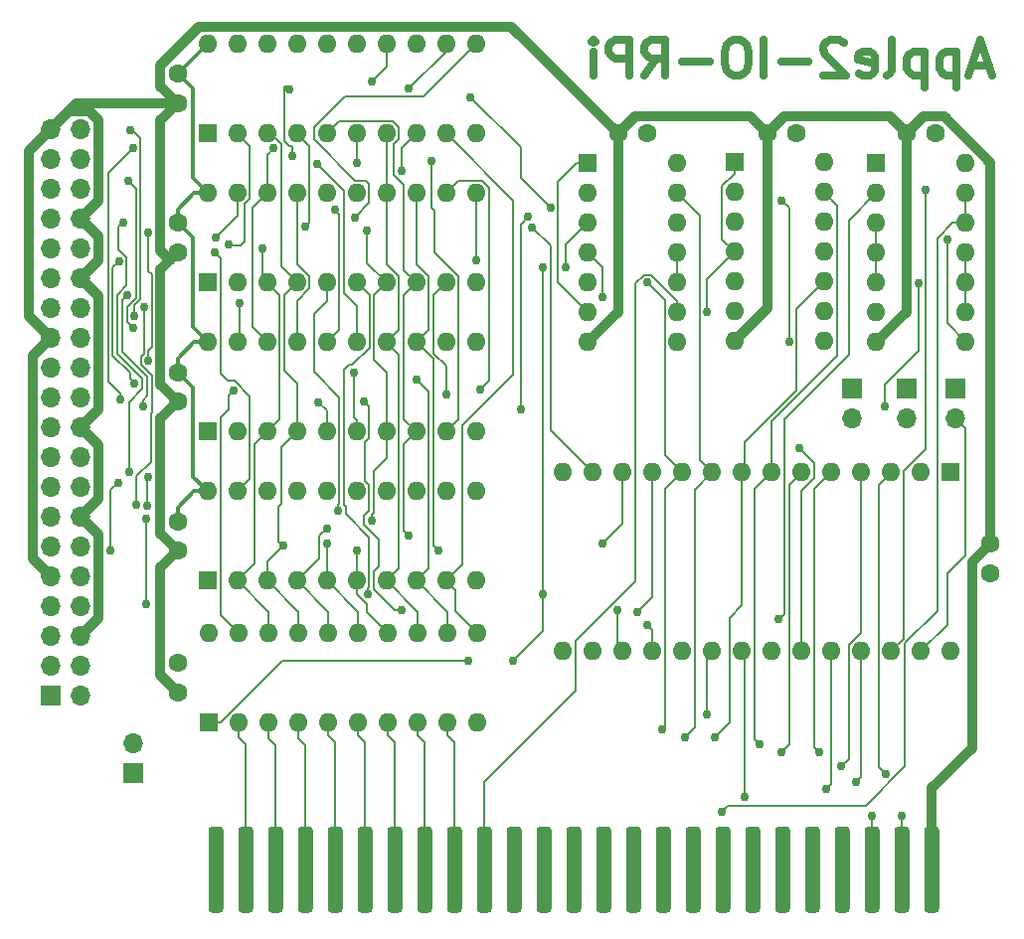
<source format=gbr>
G04 #@! TF.GenerationSoftware,KiCad,Pcbnew,8.0.3*
G04 #@! TF.CreationDate,2024-06-18T13:39:18-04:00*
G04 #@! TF.ProjectId,Apple2IORPi,4170706c-6532-4494-9f52-50692e6b6963,0.7*
G04 #@! TF.SameCoordinates,Original*
G04 #@! TF.FileFunction,Copper,L2,Bot*
G04 #@! TF.FilePolarity,Positive*
%FSLAX46Y46*%
G04 Gerber Fmt 4.6, Leading zero omitted, Abs format (unit mm)*
G04 Created by KiCad (PCBNEW 8.0.3) date 2024-06-18 13:39:18*
%MOMM*%
%LPD*%
G01*
G04 APERTURE LIST*
%ADD10C,0.635000*%
G04 #@! TA.AperFunction,NonConductor*
%ADD11C,0.635000*%
G04 #@! TD*
G04 #@! TA.AperFunction,ComponentPad*
%ADD12R,1.700000X1.700000*%
G04 #@! TD*
G04 #@! TA.AperFunction,ComponentPad*
%ADD13O,1.700000X1.700000*%
G04 #@! TD*
G04 #@! TA.AperFunction,ComponentPad*
%ADD14R,1.600000X1.600000*%
G04 #@! TD*
G04 #@! TA.AperFunction,ComponentPad*
%ADD15O,1.600000X1.600000*%
G04 #@! TD*
G04 #@! TA.AperFunction,ComponentPad*
%ADD16C,1.600000*%
G04 #@! TD*
G04 #@! TA.AperFunction,ViaPad*
%ADD17C,0.762000*%
G04 #@! TD*
G04 #@! TA.AperFunction,Conductor*
%ADD18C,0.177800*%
G04 #@! TD*
G04 #@! TA.AperFunction,Conductor*
%ADD19C,0.812800*%
G04 #@! TD*
G04 #@! TA.AperFunction,Conductor*
%ADD20C,0.355600*%
G04 #@! TD*
G04 APERTURE END LIST*
D10*
D11*
X190365741Y-46886585D02*
X188914313Y-46886585D01*
X190656027Y-47757442D02*
X189640027Y-44709442D01*
X189640027Y-44709442D02*
X188624027Y-47757442D01*
X187608027Y-45725442D02*
X187608027Y-48773442D01*
X187608027Y-45870585D02*
X187317742Y-45725442D01*
X187317742Y-45725442D02*
X186737170Y-45725442D01*
X186737170Y-45725442D02*
X186446884Y-45870585D01*
X186446884Y-45870585D02*
X186301742Y-46015728D01*
X186301742Y-46015728D02*
X186156599Y-46306014D01*
X186156599Y-46306014D02*
X186156599Y-47176871D01*
X186156599Y-47176871D02*
X186301742Y-47467157D01*
X186301742Y-47467157D02*
X186446884Y-47612300D01*
X186446884Y-47612300D02*
X186737170Y-47757442D01*
X186737170Y-47757442D02*
X187317742Y-47757442D01*
X187317742Y-47757442D02*
X187608027Y-47612300D01*
X184850313Y-45725442D02*
X184850313Y-48773442D01*
X184850313Y-45870585D02*
X184560028Y-45725442D01*
X184560028Y-45725442D02*
X183979456Y-45725442D01*
X183979456Y-45725442D02*
X183689170Y-45870585D01*
X183689170Y-45870585D02*
X183544028Y-46015728D01*
X183544028Y-46015728D02*
X183398885Y-46306014D01*
X183398885Y-46306014D02*
X183398885Y-47176871D01*
X183398885Y-47176871D02*
X183544028Y-47467157D01*
X183544028Y-47467157D02*
X183689170Y-47612300D01*
X183689170Y-47612300D02*
X183979456Y-47757442D01*
X183979456Y-47757442D02*
X184560028Y-47757442D01*
X184560028Y-47757442D02*
X184850313Y-47612300D01*
X181657171Y-47757442D02*
X181947456Y-47612300D01*
X181947456Y-47612300D02*
X182092599Y-47322014D01*
X182092599Y-47322014D02*
X182092599Y-44709442D01*
X179334885Y-47612300D02*
X179625171Y-47757442D01*
X179625171Y-47757442D02*
X180205743Y-47757442D01*
X180205743Y-47757442D02*
X180496028Y-47612300D01*
X180496028Y-47612300D02*
X180641171Y-47322014D01*
X180641171Y-47322014D02*
X180641171Y-46160871D01*
X180641171Y-46160871D02*
X180496028Y-45870585D01*
X180496028Y-45870585D02*
X180205743Y-45725442D01*
X180205743Y-45725442D02*
X179625171Y-45725442D01*
X179625171Y-45725442D02*
X179334885Y-45870585D01*
X179334885Y-45870585D02*
X179189743Y-46160871D01*
X179189743Y-46160871D02*
X179189743Y-46451157D01*
X179189743Y-46451157D02*
X180641171Y-46741442D01*
X178028600Y-44999728D02*
X177883457Y-44854585D01*
X177883457Y-44854585D02*
X177593172Y-44709442D01*
X177593172Y-44709442D02*
X176867457Y-44709442D01*
X176867457Y-44709442D02*
X176577172Y-44854585D01*
X176577172Y-44854585D02*
X176432029Y-44999728D01*
X176432029Y-44999728D02*
X176286886Y-45290014D01*
X176286886Y-45290014D02*
X176286886Y-45580300D01*
X176286886Y-45580300D02*
X176432029Y-46015728D01*
X176432029Y-46015728D02*
X178173743Y-47757442D01*
X178173743Y-47757442D02*
X176286886Y-47757442D01*
X174980600Y-46596300D02*
X172658315Y-46596300D01*
X171206886Y-47757442D02*
X171206886Y-44709442D01*
X169174886Y-44709442D02*
X168594314Y-44709442D01*
X168594314Y-44709442D02*
X168304029Y-44854585D01*
X168304029Y-44854585D02*
X168013743Y-45144871D01*
X168013743Y-45144871D02*
X167868600Y-45725442D01*
X167868600Y-45725442D02*
X167868600Y-46741442D01*
X167868600Y-46741442D02*
X168013743Y-47322014D01*
X168013743Y-47322014D02*
X168304029Y-47612300D01*
X168304029Y-47612300D02*
X168594314Y-47757442D01*
X168594314Y-47757442D02*
X169174886Y-47757442D01*
X169174886Y-47757442D02*
X169465172Y-47612300D01*
X169465172Y-47612300D02*
X169755457Y-47322014D01*
X169755457Y-47322014D02*
X169900600Y-46741442D01*
X169900600Y-46741442D02*
X169900600Y-45725442D01*
X169900600Y-45725442D02*
X169755457Y-45144871D01*
X169755457Y-45144871D02*
X169465172Y-44854585D01*
X169465172Y-44854585D02*
X169174886Y-44709442D01*
X166562314Y-46596300D02*
X164240029Y-46596300D01*
X161046886Y-47757442D02*
X162062886Y-46306014D01*
X162788600Y-47757442D02*
X162788600Y-44709442D01*
X162788600Y-44709442D02*
X161627457Y-44709442D01*
X161627457Y-44709442D02*
X161337172Y-44854585D01*
X161337172Y-44854585D02*
X161192029Y-44999728D01*
X161192029Y-44999728D02*
X161046886Y-45290014D01*
X161046886Y-45290014D02*
X161046886Y-45725442D01*
X161046886Y-45725442D02*
X161192029Y-46015728D01*
X161192029Y-46015728D02*
X161337172Y-46160871D01*
X161337172Y-46160871D02*
X161627457Y-46306014D01*
X161627457Y-46306014D02*
X162788600Y-46306014D01*
X159740600Y-47757442D02*
X159740600Y-44709442D01*
X159740600Y-44709442D02*
X158579457Y-44709442D01*
X158579457Y-44709442D02*
X158289172Y-44854585D01*
X158289172Y-44854585D02*
X158144029Y-44999728D01*
X158144029Y-44999728D02*
X157998886Y-45290014D01*
X157998886Y-45290014D02*
X157998886Y-45725442D01*
X157998886Y-45725442D02*
X158144029Y-46015728D01*
X158144029Y-46015728D02*
X158289172Y-46160871D01*
X158289172Y-46160871D02*
X158579457Y-46306014D01*
X158579457Y-46306014D02*
X159740600Y-46306014D01*
X156692600Y-47757442D02*
X156692600Y-45725442D01*
X156692600Y-44709442D02*
X156837743Y-44854585D01*
X156837743Y-44854585D02*
X156692600Y-44999728D01*
X156692600Y-44999728D02*
X156547457Y-44854585D01*
X156547457Y-44854585D02*
X156692600Y-44709442D01*
X156692600Y-44709442D02*
X156692600Y-44999728D01*
G04 #@! TA.AperFunction,ConnectorPad*
G36*
G01*
X184860001Y-118808500D02*
X184860001Y-112077500D01*
G75*
G02*
X185177501Y-111760000I317500J0D01*
G01*
X185812501Y-111760000D01*
G75*
G02*
X186130001Y-112077500I0J-317500D01*
G01*
X186130001Y-118808500D01*
G75*
G02*
X185812501Y-119126000I-317500J0D01*
G01*
X185177501Y-119126000D01*
G75*
G02*
X184860001Y-118808500I0J317500D01*
G01*
G37*
G04 #@! TD.AperFunction*
G04 #@! TA.AperFunction,ConnectorPad*
G36*
G01*
X182320001Y-118808500D02*
X182320001Y-112077500D01*
G75*
G02*
X182637501Y-111760000I317500J0D01*
G01*
X183272501Y-111760000D01*
G75*
G02*
X183590001Y-112077500I0J-317500D01*
G01*
X183590001Y-118808500D01*
G75*
G02*
X183272501Y-119126000I-317500J0D01*
G01*
X182637501Y-119126000D01*
G75*
G02*
X182320001Y-118808500I0J317500D01*
G01*
G37*
G04 #@! TD.AperFunction*
G04 #@! TA.AperFunction,ConnectorPad*
G36*
G01*
X179780001Y-118808500D02*
X179780001Y-112077500D01*
G75*
G02*
X180097501Y-111760000I317500J0D01*
G01*
X180732501Y-111760000D01*
G75*
G02*
X181050001Y-112077500I0J-317500D01*
G01*
X181050001Y-118808500D01*
G75*
G02*
X180732501Y-119126000I-317500J0D01*
G01*
X180097501Y-119126000D01*
G75*
G02*
X179780001Y-118808500I0J317500D01*
G01*
G37*
G04 #@! TD.AperFunction*
G04 #@! TA.AperFunction,ConnectorPad*
G36*
G01*
X177240001Y-118808500D02*
X177240001Y-112077500D01*
G75*
G02*
X177557501Y-111760000I317500J0D01*
G01*
X178192501Y-111760000D01*
G75*
G02*
X178510001Y-112077500I0J-317500D01*
G01*
X178510001Y-118808500D01*
G75*
G02*
X178192501Y-119126000I-317500J0D01*
G01*
X177557501Y-119126000D01*
G75*
G02*
X177240001Y-118808500I0J317500D01*
G01*
G37*
G04 #@! TD.AperFunction*
G04 #@! TA.AperFunction,ConnectorPad*
G36*
G01*
X174700001Y-118808500D02*
X174700001Y-112077500D01*
G75*
G02*
X175017501Y-111760000I317500J0D01*
G01*
X175652501Y-111760000D01*
G75*
G02*
X175970001Y-112077500I0J-317500D01*
G01*
X175970001Y-118808500D01*
G75*
G02*
X175652501Y-119126000I-317500J0D01*
G01*
X175017501Y-119126000D01*
G75*
G02*
X174700001Y-118808500I0J317500D01*
G01*
G37*
G04 #@! TD.AperFunction*
G04 #@! TA.AperFunction,ConnectorPad*
G36*
G01*
X172160001Y-118808500D02*
X172160001Y-112077500D01*
G75*
G02*
X172477501Y-111760000I317500J0D01*
G01*
X173112501Y-111760000D01*
G75*
G02*
X173430001Y-112077500I0J-317500D01*
G01*
X173430001Y-118808500D01*
G75*
G02*
X173112501Y-119126000I-317500J0D01*
G01*
X172477501Y-119126000D01*
G75*
G02*
X172160001Y-118808500I0J317500D01*
G01*
G37*
G04 #@! TD.AperFunction*
G04 #@! TA.AperFunction,ConnectorPad*
G36*
G01*
X169620001Y-118808500D02*
X169620001Y-112077500D01*
G75*
G02*
X169937501Y-111760000I317500J0D01*
G01*
X170572501Y-111760000D01*
G75*
G02*
X170890001Y-112077500I0J-317500D01*
G01*
X170890001Y-118808500D01*
G75*
G02*
X170572501Y-119126000I-317500J0D01*
G01*
X169937501Y-119126000D01*
G75*
G02*
X169620001Y-118808500I0J317500D01*
G01*
G37*
G04 #@! TD.AperFunction*
G04 #@! TA.AperFunction,ConnectorPad*
G36*
G01*
X167080001Y-118808500D02*
X167080001Y-112077500D01*
G75*
G02*
X167397501Y-111760000I317500J0D01*
G01*
X168032501Y-111760000D01*
G75*
G02*
X168350001Y-112077500I0J-317500D01*
G01*
X168350001Y-118808500D01*
G75*
G02*
X168032501Y-119126000I-317500J0D01*
G01*
X167397501Y-119126000D01*
G75*
G02*
X167080001Y-118808500I0J317500D01*
G01*
G37*
G04 #@! TD.AperFunction*
G04 #@! TA.AperFunction,ConnectorPad*
G36*
G01*
X164540001Y-118808500D02*
X164540001Y-112077500D01*
G75*
G02*
X164857501Y-111760000I317500J0D01*
G01*
X165492501Y-111760000D01*
G75*
G02*
X165810001Y-112077500I0J-317500D01*
G01*
X165810001Y-118808500D01*
G75*
G02*
X165492501Y-119126000I-317500J0D01*
G01*
X164857501Y-119126000D01*
G75*
G02*
X164540001Y-118808500I0J317500D01*
G01*
G37*
G04 #@! TD.AperFunction*
G04 #@! TA.AperFunction,ConnectorPad*
G36*
G01*
X162000001Y-118808500D02*
X162000001Y-112077500D01*
G75*
G02*
X162317501Y-111760000I317500J0D01*
G01*
X162952501Y-111760000D01*
G75*
G02*
X163270001Y-112077500I0J-317500D01*
G01*
X163270001Y-118808500D01*
G75*
G02*
X162952501Y-119126000I-317500J0D01*
G01*
X162317501Y-119126000D01*
G75*
G02*
X162000001Y-118808500I0J317500D01*
G01*
G37*
G04 #@! TD.AperFunction*
G04 #@! TA.AperFunction,ConnectorPad*
G36*
G01*
X159460001Y-118808500D02*
X159460001Y-112077500D01*
G75*
G02*
X159777501Y-111760000I317500J0D01*
G01*
X160412501Y-111760000D01*
G75*
G02*
X160730001Y-112077500I0J-317500D01*
G01*
X160730001Y-118808500D01*
G75*
G02*
X160412501Y-119126000I-317500J0D01*
G01*
X159777501Y-119126000D01*
G75*
G02*
X159460001Y-118808500I0J317500D01*
G01*
G37*
G04 #@! TD.AperFunction*
G04 #@! TA.AperFunction,ConnectorPad*
G36*
G01*
X156920001Y-118808500D02*
X156920001Y-112077500D01*
G75*
G02*
X157237501Y-111760000I317500J0D01*
G01*
X157872501Y-111760000D01*
G75*
G02*
X158190001Y-112077500I0J-317500D01*
G01*
X158190001Y-118808500D01*
G75*
G02*
X157872501Y-119126000I-317500J0D01*
G01*
X157237501Y-119126000D01*
G75*
G02*
X156920001Y-118808500I0J317500D01*
G01*
G37*
G04 #@! TD.AperFunction*
G04 #@! TA.AperFunction,ConnectorPad*
G36*
G01*
X154380001Y-118808500D02*
X154380001Y-112077500D01*
G75*
G02*
X154697501Y-111760000I317500J0D01*
G01*
X155332501Y-111760000D01*
G75*
G02*
X155650001Y-112077500I0J-317500D01*
G01*
X155650001Y-118808500D01*
G75*
G02*
X155332501Y-119126000I-317500J0D01*
G01*
X154697501Y-119126000D01*
G75*
G02*
X154380001Y-118808500I0J317500D01*
G01*
G37*
G04 #@! TD.AperFunction*
G04 #@! TA.AperFunction,ConnectorPad*
G36*
G01*
X151840001Y-118808500D02*
X151840001Y-112077500D01*
G75*
G02*
X152157501Y-111760000I317500J0D01*
G01*
X152792501Y-111760000D01*
G75*
G02*
X153110001Y-112077500I0J-317500D01*
G01*
X153110001Y-118808500D01*
G75*
G02*
X152792501Y-119126000I-317500J0D01*
G01*
X152157501Y-119126000D01*
G75*
G02*
X151840001Y-118808500I0J317500D01*
G01*
G37*
G04 #@! TD.AperFunction*
G04 #@! TA.AperFunction,ConnectorPad*
G36*
G01*
X149300001Y-118808500D02*
X149300001Y-112077500D01*
G75*
G02*
X149617501Y-111760000I317500J0D01*
G01*
X150252501Y-111760000D01*
G75*
G02*
X150570001Y-112077500I0J-317500D01*
G01*
X150570001Y-118808500D01*
G75*
G02*
X150252501Y-119126000I-317500J0D01*
G01*
X149617501Y-119126000D01*
G75*
G02*
X149300001Y-118808500I0J317500D01*
G01*
G37*
G04 #@! TD.AperFunction*
G04 #@! TA.AperFunction,ConnectorPad*
G36*
G01*
X146760001Y-118808500D02*
X146760001Y-112077500D01*
G75*
G02*
X147077501Y-111760000I317500J0D01*
G01*
X147712501Y-111760000D01*
G75*
G02*
X148030001Y-112077500I0J-317500D01*
G01*
X148030001Y-118808500D01*
G75*
G02*
X147712501Y-119126000I-317500J0D01*
G01*
X147077501Y-119126000D01*
G75*
G02*
X146760001Y-118808500I0J317500D01*
G01*
G37*
G04 #@! TD.AperFunction*
G04 #@! TA.AperFunction,ConnectorPad*
G36*
G01*
X144220001Y-118808500D02*
X144220001Y-112077500D01*
G75*
G02*
X144537501Y-111760000I317500J0D01*
G01*
X145172501Y-111760000D01*
G75*
G02*
X145490001Y-112077500I0J-317500D01*
G01*
X145490001Y-118808500D01*
G75*
G02*
X145172501Y-119126000I-317500J0D01*
G01*
X144537501Y-119126000D01*
G75*
G02*
X144220001Y-118808500I0J317500D01*
G01*
G37*
G04 #@! TD.AperFunction*
G04 #@! TA.AperFunction,ConnectorPad*
G36*
G01*
X141680001Y-118808500D02*
X141680001Y-112077500D01*
G75*
G02*
X141997501Y-111760000I317500J0D01*
G01*
X142632501Y-111760000D01*
G75*
G02*
X142950001Y-112077500I0J-317500D01*
G01*
X142950001Y-118808500D01*
G75*
G02*
X142632501Y-119126000I-317500J0D01*
G01*
X141997501Y-119126000D01*
G75*
G02*
X141680001Y-118808500I0J317500D01*
G01*
G37*
G04 #@! TD.AperFunction*
G04 #@! TA.AperFunction,ConnectorPad*
G36*
G01*
X139140001Y-118808500D02*
X139140001Y-112077500D01*
G75*
G02*
X139457501Y-111760000I317500J0D01*
G01*
X140092501Y-111760000D01*
G75*
G02*
X140410001Y-112077500I0J-317500D01*
G01*
X140410001Y-118808500D01*
G75*
G02*
X140092501Y-119126000I-317500J0D01*
G01*
X139457501Y-119126000D01*
G75*
G02*
X139140001Y-118808500I0J317500D01*
G01*
G37*
G04 #@! TD.AperFunction*
G04 #@! TA.AperFunction,ConnectorPad*
G36*
G01*
X136600001Y-118808500D02*
X136600001Y-112077500D01*
G75*
G02*
X136917501Y-111760000I317500J0D01*
G01*
X137552501Y-111760000D01*
G75*
G02*
X137870001Y-112077500I0J-317500D01*
G01*
X137870001Y-118808500D01*
G75*
G02*
X137552501Y-119126000I-317500J0D01*
G01*
X136917501Y-119126000D01*
G75*
G02*
X136600001Y-118808500I0J317500D01*
G01*
G37*
G04 #@! TD.AperFunction*
G04 #@! TA.AperFunction,ConnectorPad*
G36*
G01*
X134060001Y-118808500D02*
X134060001Y-112077500D01*
G75*
G02*
X134377501Y-111760000I317500J0D01*
G01*
X135012501Y-111760000D01*
G75*
G02*
X135330001Y-112077500I0J-317500D01*
G01*
X135330001Y-118808500D01*
G75*
G02*
X135012501Y-119126000I-317500J0D01*
G01*
X134377501Y-119126000D01*
G75*
G02*
X134060001Y-118808500I0J317500D01*
G01*
G37*
G04 #@! TD.AperFunction*
G04 #@! TA.AperFunction,ConnectorPad*
G36*
G01*
X131520001Y-118808500D02*
X131520001Y-112077500D01*
G75*
G02*
X131837501Y-111760000I317500J0D01*
G01*
X132472501Y-111760000D01*
G75*
G02*
X132790001Y-112077500I0J-317500D01*
G01*
X132790001Y-118808500D01*
G75*
G02*
X132472501Y-119126000I-317500J0D01*
G01*
X131837501Y-119126000D01*
G75*
G02*
X131520001Y-118808500I0J317500D01*
G01*
G37*
G04 #@! TD.AperFunction*
G04 #@! TA.AperFunction,ConnectorPad*
G36*
G01*
X128980001Y-118808500D02*
X128980001Y-112077500D01*
G75*
G02*
X129297501Y-111760000I317500J0D01*
G01*
X129932501Y-111760000D01*
G75*
G02*
X130250001Y-112077500I0J-317500D01*
G01*
X130250001Y-118808500D01*
G75*
G02*
X129932501Y-119126000I-317500J0D01*
G01*
X129297501Y-119126000D01*
G75*
G02*
X128980001Y-118808500I0J317500D01*
G01*
G37*
G04 #@! TD.AperFunction*
G04 #@! TA.AperFunction,ConnectorPad*
G36*
G01*
X126440001Y-118808500D02*
X126440001Y-112077500D01*
G75*
G02*
X126757501Y-111760000I317500J0D01*
G01*
X127392501Y-111760000D01*
G75*
G02*
X127710001Y-112077500I0J-317500D01*
G01*
X127710001Y-118808500D01*
G75*
G02*
X127392501Y-119126000I-317500J0D01*
G01*
X126757501Y-119126000D01*
G75*
G02*
X126440001Y-118808500I0J317500D01*
G01*
G37*
G04 #@! TD.AperFunction*
G04 #@! TA.AperFunction,ConnectorPad*
G36*
G01*
X123900001Y-118808500D02*
X123900001Y-112077500D01*
G75*
G02*
X124217501Y-111760000I317500J0D01*
G01*
X124852501Y-111760000D01*
G75*
G02*
X125170001Y-112077500I0J-317500D01*
G01*
X125170001Y-118808500D01*
G75*
G02*
X124852501Y-119126000I-317500J0D01*
G01*
X124217501Y-119126000D01*
G75*
G02*
X123900001Y-118808500I0J317500D01*
G01*
G37*
G04 #@! TD.AperFunction*
D12*
X110490000Y-100584000D03*
D13*
X113030000Y-100584000D03*
X110490000Y-98044000D03*
X113030000Y-98044000D03*
X110490000Y-95504000D03*
X113030000Y-95504000D03*
X110490000Y-92964000D03*
X113030000Y-92964000D03*
X110490000Y-90424000D03*
X113030000Y-90424000D03*
X110490000Y-87884000D03*
X113030000Y-87884000D03*
X110490000Y-85344000D03*
X113030000Y-85344000D03*
X110490000Y-82804000D03*
X113030000Y-82804000D03*
X110490000Y-80264000D03*
X113030000Y-80264000D03*
X110490000Y-77724000D03*
X113030000Y-77724000D03*
X110490000Y-75184000D03*
X113030000Y-75184000D03*
X110490000Y-72644000D03*
X113030000Y-72644000D03*
X110490000Y-70104000D03*
X113030000Y-70104000D03*
X110490000Y-67564000D03*
X113030000Y-67564000D03*
X110490000Y-65024000D03*
X113030000Y-65024000D03*
X110490000Y-62484000D03*
X113030000Y-62484000D03*
X110490000Y-59944000D03*
X113030000Y-59944000D03*
X110490000Y-57404000D03*
X113030000Y-57404000D03*
X110490000Y-54864000D03*
X113030000Y-54864000D03*
X110490000Y-52324000D03*
X113030000Y-52324000D03*
D14*
X123952000Y-102870000D03*
D15*
X126492000Y-102870000D03*
X129032000Y-102870000D03*
X131572000Y-102870000D03*
X134112000Y-102870000D03*
X136652000Y-102870000D03*
X139192000Y-102870000D03*
X141732000Y-102870000D03*
X144272000Y-102870000D03*
X146812000Y-102870000D03*
X146812000Y-95250000D03*
X144272000Y-95250000D03*
X141732000Y-95250000D03*
X139192000Y-95250000D03*
X136652000Y-95250000D03*
X134112000Y-95250000D03*
X131572000Y-95250000D03*
X129032000Y-95250000D03*
X126492000Y-95250000D03*
X123952000Y-95250000D03*
D14*
X180771800Y-55245000D03*
D15*
X180771800Y-57785000D03*
X180771800Y-60325000D03*
X180771800Y-62865000D03*
X180771800Y-65405000D03*
X180771800Y-67945000D03*
X180771800Y-70485000D03*
X188391800Y-70485000D03*
X188391800Y-67945000D03*
X188391800Y-65405000D03*
X188391800Y-62865000D03*
X188391800Y-60325000D03*
X188391800Y-57785000D03*
X188391800Y-55245000D03*
D14*
X156210000Y-55245000D03*
D15*
X156210000Y-57785000D03*
X156210000Y-60325000D03*
X156210000Y-62865000D03*
X156210000Y-65405000D03*
X156210000Y-67945000D03*
X156210000Y-70485000D03*
X163830000Y-70485000D03*
X163830000Y-67945000D03*
X163830000Y-65405000D03*
X163830000Y-62865000D03*
X163830000Y-60325000D03*
X163830000Y-57785000D03*
X163830000Y-55245000D03*
D14*
X123825000Y-90805000D03*
D15*
X126365000Y-90805000D03*
X128905000Y-90805000D03*
X131445000Y-90805000D03*
X133985000Y-90805000D03*
X136525000Y-90805000D03*
X139065000Y-90805000D03*
X141605000Y-90805000D03*
X144145000Y-90805000D03*
X146685000Y-90805000D03*
X146685000Y-83185000D03*
X144145000Y-83185000D03*
X141605000Y-83185000D03*
X139065000Y-83185000D03*
X136525000Y-83185000D03*
X133985000Y-83185000D03*
X131445000Y-83185000D03*
X128905000Y-83185000D03*
X126365000Y-83185000D03*
X123825000Y-83185000D03*
D14*
X123825000Y-78105000D03*
D15*
X126365000Y-78105000D03*
X128905000Y-78105000D03*
X131445000Y-78105000D03*
X133985000Y-78105000D03*
X136525000Y-78105000D03*
X139065000Y-78105000D03*
X141605000Y-78105000D03*
X144145000Y-78105000D03*
X146685000Y-78105000D03*
X146685000Y-70485000D03*
X144145000Y-70485000D03*
X141605000Y-70485000D03*
X139065000Y-70485000D03*
X136525000Y-70485000D03*
X133985000Y-70485000D03*
X131445000Y-70485000D03*
X128905000Y-70485000D03*
X126365000Y-70485000D03*
X123825000Y-70485000D03*
D14*
X187101925Y-81586962D03*
D15*
X184561925Y-81586962D03*
X182021925Y-81586962D03*
X179481925Y-81586962D03*
X176941925Y-81586962D03*
X174401925Y-81586962D03*
X171861925Y-81586962D03*
X169321925Y-81586962D03*
X166781925Y-81586962D03*
X164241925Y-81586962D03*
X161701925Y-81586962D03*
X159161925Y-81586962D03*
X156621925Y-81586962D03*
X154081925Y-81586962D03*
X154081925Y-96826962D03*
X156621925Y-96826962D03*
X159161925Y-96826962D03*
X161701925Y-96826962D03*
X164241925Y-96826962D03*
X166781925Y-96826962D03*
X169321925Y-96826962D03*
X171861925Y-96826962D03*
X174401925Y-96826962D03*
X176941925Y-96826962D03*
X179481925Y-96826962D03*
X182021925Y-96826962D03*
X184561925Y-96826962D03*
X187101925Y-96826962D03*
D14*
X123825000Y-65405000D03*
D15*
X126365000Y-65405000D03*
X128905000Y-65405000D03*
X131445000Y-65405000D03*
X133985000Y-65405000D03*
X136525000Y-65405000D03*
X139065000Y-65405000D03*
X141605000Y-65405000D03*
X144145000Y-65405000D03*
X146685000Y-65405000D03*
X146685000Y-57785000D03*
X144145000Y-57785000D03*
X141605000Y-57785000D03*
X139065000Y-57785000D03*
X136525000Y-57785000D03*
X133985000Y-57785000D03*
X131445000Y-57785000D03*
X128905000Y-57785000D03*
X126365000Y-57785000D03*
X123825000Y-57785000D03*
D14*
X123825000Y-52705000D03*
D15*
X126365000Y-52705000D03*
X128905000Y-52705000D03*
X131445000Y-52705000D03*
X133985000Y-52705000D03*
X136525000Y-52705000D03*
X139065000Y-52705000D03*
X141605000Y-52705000D03*
X144145000Y-52705000D03*
X146685000Y-52705000D03*
X146685000Y-45085000D03*
X144145000Y-45085000D03*
X141605000Y-45085000D03*
X139065000Y-45085000D03*
X136525000Y-45085000D03*
X133985000Y-45085000D03*
X131445000Y-45085000D03*
X128905000Y-45085000D03*
X126365000Y-45085000D03*
X123825000Y-45085000D03*
D16*
X121285000Y-97830000D03*
X121285000Y-100330000D03*
X190500000Y-90170000D03*
X190500000Y-87670000D03*
X185851800Y-52705000D03*
X183351800Y-52705000D03*
X161290000Y-52705000D03*
X158790000Y-52705000D03*
X121285000Y-85765000D03*
X121285000Y-88265000D03*
X121285000Y-73065000D03*
X121285000Y-75565000D03*
X121285000Y-47625000D03*
X121285000Y-50125000D03*
X121285000Y-60325000D03*
X121285000Y-62825000D03*
X173990000Y-52705000D03*
X171490000Y-52705000D03*
D14*
X168706800Y-55168800D03*
D15*
X168706800Y-57708800D03*
X168706800Y-60248800D03*
X168706800Y-62788800D03*
X168706800Y-65328800D03*
X168706800Y-67868800D03*
X168706800Y-70408800D03*
X176326800Y-70408800D03*
X176326800Y-67868800D03*
X176326800Y-65328800D03*
X176326800Y-62788800D03*
X176326800Y-60248800D03*
X176326800Y-57708800D03*
X176326800Y-55168800D03*
D12*
X117500400Y-107238800D03*
D13*
X117500400Y-104698800D03*
D12*
X178700000Y-74460000D03*
D13*
X178700000Y-77000000D03*
D12*
X187500000Y-74460000D03*
D13*
X187500000Y-77000000D03*
D12*
X183350000Y-74460000D03*
D13*
X183350000Y-77000000D03*
D17*
X181500000Y-76000000D03*
X184352300Y-65500000D03*
X124500000Y-61594999D03*
X185000000Y-57500000D03*
X186798209Y-61703209D03*
X172720000Y-105397300D03*
X172466000Y-94107000D03*
X166370000Y-102235000D03*
X170815000Y-104749600D03*
X164465000Y-104140000D03*
X169557700Y-109220000D03*
X181610000Y-107315000D03*
X182955001Y-110871000D03*
X162560000Y-103505000D03*
X161290000Y-65405000D03*
X180415001Y-110871000D03*
X166370000Y-67945000D03*
X175895000Y-105410000D03*
X167640000Y-110490000D03*
X179070000Y-107950000D03*
X177800000Y-106654599D03*
X167005000Y-104140000D03*
X176530000Y-108585000D03*
X118618000Y-92837000D03*
X118592600Y-85547200D03*
X137160000Y-75565000D03*
X144145000Y-74930000D03*
X140335000Y-93345000D03*
X137509508Y-92004891D03*
X115581801Y-88265000D03*
X116205000Y-82448400D03*
X134975600Y-84886800D03*
X118783199Y-82016600D03*
X118719600Y-84429600D03*
X117779800Y-84378800D03*
X118427500Y-67487800D03*
X149860000Y-97601573D03*
X152400000Y-64135000D03*
X152400000Y-91948000D03*
X146050000Y-97601573D03*
X157480000Y-66675000D03*
X126034006Y-74625994D03*
X172720000Y-58420000D03*
X173355000Y-70485000D03*
X151136567Y-59833416D03*
X150495000Y-76200000D03*
X174218600Y-79552800D03*
X147015200Y-74549000D03*
X116611400Y-60299600D03*
X117132100Y-81584800D03*
X136372600Y-59867800D03*
X131025999Y-54636293D03*
X140970000Y-48895000D03*
X116408200Y-75412600D03*
X117475000Y-53975000D03*
X130810000Y-48920400D03*
X137795000Y-48272700D03*
X117017800Y-66497200D03*
X118351300Y-75980431D03*
X117602000Y-74015600D03*
X116281200Y-63600701D03*
X126517400Y-67157600D03*
X118783199Y-61163200D03*
X118783199Y-72059800D03*
X133248400Y-75603199D03*
X117500400Y-69316600D03*
X117043200Y-56718200D03*
X136271000Y-73088500D03*
X134645400Y-59207400D03*
X142925800Y-55067200D03*
X133159401Y-55269910D03*
X117271800Y-52451000D03*
X117602000Y-68224400D03*
X129438400Y-53988593D03*
X141605000Y-73660000D03*
X140335000Y-55892700D03*
X161290000Y-94602300D03*
X158750000Y-93345000D03*
X143510000Y-88265000D03*
X136525000Y-55245000D03*
X136525000Y-88265000D03*
X133985000Y-87630000D03*
X140970000Y-86995000D03*
X132156200Y-60629800D03*
X137414000Y-60947300D03*
X151485600Y-60706000D03*
X137795000Y-85725000D03*
X133985000Y-86360000D03*
X130276600Y-87833200D03*
X157454600Y-87680800D03*
X128524000Y-62547500D03*
X160401000Y-93497400D03*
X125649727Y-62204599D03*
X154330401Y-64135000D03*
X124460000Y-62865000D03*
X153035000Y-59055000D03*
X146227800Y-49631600D03*
X146685000Y-63500000D03*
D18*
X181500000Y-74076600D02*
X181500000Y-76000000D01*
X184352300Y-71224300D02*
X181500000Y-74076600D01*
X184352300Y-65500000D02*
X184352300Y-71224300D01*
X185000000Y-57500000D02*
X185000000Y-79588625D01*
X185000000Y-79588625D02*
X183088625Y-81500000D01*
X183088625Y-81500000D02*
X183088625Y-95760262D01*
X183088625Y-95760262D02*
X182021925Y-96826962D01*
X126365000Y-57785000D02*
X126365000Y-59729999D01*
X126365000Y-59729999D02*
X124500000Y-61594999D01*
X187500000Y-77000000D02*
X188350000Y-77850000D01*
X188350000Y-77850000D02*
X188350000Y-88650000D01*
X188350000Y-88650000D02*
X186820843Y-90179157D01*
X186820843Y-90179157D02*
X186820843Y-94568043D01*
X180771800Y-57785000D02*
X178415224Y-60141576D01*
X178415224Y-60141576D02*
X178415224Y-71584776D01*
X172928626Y-93644374D02*
X172466000Y-94107000D01*
X178415224Y-71584776D02*
X172928626Y-77071374D01*
X172928626Y-77071374D02*
X172928626Y-93644374D01*
X171861925Y-81586962D02*
X171861925Y-77237371D01*
X171861925Y-77237371D02*
X177469701Y-71629595D01*
X177469701Y-71629595D02*
X177469701Y-58851701D01*
X177469701Y-58851701D02*
X176326800Y-57708800D01*
X188168626Y-70708174D02*
X188391800Y-70485000D01*
X184561925Y-96826962D02*
X186820843Y-94568043D01*
X186798209Y-68891409D02*
X188391800Y-70485000D01*
X186798209Y-61703209D02*
X186798209Y-68891409D01*
D19*
X119824599Y-51585401D02*
X121285000Y-50125000D01*
X123124007Y-43624599D02*
X119824599Y-46924007D01*
X121285000Y-100330000D02*
X119824599Y-98869599D01*
X114540401Y-66534401D02*
X114540401Y-76213599D01*
X114540401Y-76213599D02*
X113030000Y-77724000D01*
X185495001Y-108509999D02*
X185495001Y-115570000D01*
X121285000Y-75565000D02*
X119824599Y-74104599D01*
X158790000Y-67905000D02*
X156210000Y-70485000D01*
X170029599Y-51244599D02*
X160250401Y-51244599D01*
X113030000Y-59944000D02*
X114540401Y-61454401D01*
X121285000Y-50125000D02*
X112689000Y-50125000D01*
X183351800Y-52705000D02*
X183351800Y-67905000D01*
X108979599Y-71614401D02*
X108979599Y-88913599D01*
X183351800Y-67905000D02*
X180771800Y-70485000D01*
X190500000Y-55191806D02*
X186552793Y-51244599D01*
X186552793Y-51244599D02*
X184812201Y-51244599D01*
X108979599Y-88913599D02*
X110490000Y-90424000D01*
X181891399Y-51244599D02*
X172950401Y-51244599D01*
X158790000Y-52705000D02*
X149709599Y-43624599D01*
X110490000Y-70104000D02*
X108979599Y-71614401D01*
X112000401Y-50813599D02*
X113754993Y-50813599D01*
X171490000Y-52705000D02*
X170029599Y-51244599D01*
X114540401Y-51599007D02*
X114540401Y-58433599D01*
X108635410Y-54178590D02*
X108635410Y-68249410D01*
X114540401Y-79234401D02*
X114540401Y-83833599D01*
X171490000Y-67625600D02*
X168706800Y-70408800D01*
X108635410Y-68249410D02*
X110490000Y-70104000D01*
X113030000Y-77724000D02*
X114540401Y-79234401D01*
X119824599Y-89725401D02*
X121285000Y-88265000D01*
X149709599Y-43624599D02*
X123124007Y-43624599D01*
X119824599Y-74104599D02*
X119824599Y-64325401D01*
X114540401Y-61454401D02*
X114540401Y-63513599D01*
X160250401Y-51244599D02*
X158790000Y-52705000D01*
X190500000Y-87670000D02*
X188917936Y-89252064D01*
X172950401Y-51244599D02*
X171490000Y-52705000D01*
X110490000Y-52324000D02*
X108635410Y-54178590D01*
X119824599Y-46924007D02*
X119824599Y-48664599D01*
X113030000Y-65024000D02*
X114540401Y-66534401D01*
X184812201Y-51244599D02*
X183351800Y-52705000D01*
X121285000Y-88265000D02*
X119824599Y-86804599D01*
X113030000Y-85344000D02*
X114540401Y-86854401D01*
X119824599Y-77025401D02*
X121285000Y-75565000D01*
X119824599Y-62674599D02*
X119824599Y-51585401D01*
X110490000Y-52324000D02*
X112000401Y-50813599D01*
X119824599Y-48664599D02*
X121285000Y-50125000D01*
X119824599Y-64325401D02*
X120650000Y-63500000D01*
X112689000Y-50125000D02*
X110490000Y-52324000D01*
X114540401Y-83833599D02*
X113030000Y-85344000D01*
X120650000Y-63500000D02*
X119824599Y-62674599D01*
X190500000Y-87670000D02*
X190500000Y-55191806D01*
X114540401Y-58433599D02*
X113030000Y-59944000D01*
X158790000Y-52705000D02*
X158790000Y-67905000D01*
X114540401Y-93993599D02*
X113030000Y-95504000D01*
X119824599Y-98869599D02*
X119824599Y-89725401D01*
X114540401Y-63513599D02*
X113030000Y-65024000D01*
X188917936Y-89252064D02*
X188917936Y-105087064D01*
X171490000Y-52705000D02*
X171490000Y-67625600D01*
X188917936Y-105087064D02*
X185495001Y-108509999D01*
X113754993Y-50813599D02*
X114540401Y-51599007D01*
X119824599Y-86804599D02*
X119824599Y-77025401D01*
X114540401Y-86854401D02*
X114540401Y-93993599D01*
X183351800Y-52705000D02*
X181891399Y-51244599D01*
D20*
X121285000Y-60325000D02*
X122555000Y-61595000D01*
X121285000Y-47625000D02*
X122555000Y-48895000D01*
X122555000Y-61595000D02*
X122555000Y-69215000D01*
X122593199Y-81953199D02*
X123825000Y-83185000D01*
X123825000Y-83185000D02*
X122693630Y-83185000D01*
X122693630Y-70485000D02*
X121285000Y-71893630D01*
X121285000Y-84593630D02*
X121285000Y-85765000D01*
X122593199Y-74373199D02*
X122593199Y-81953199D01*
X121285000Y-59193630D02*
X121285000Y-60325000D01*
X122555000Y-48895000D02*
X122555000Y-56515000D01*
X122693630Y-83185000D02*
X121285000Y-84593630D01*
X122693630Y-57785000D02*
X121285000Y-59193630D01*
X121285000Y-71893630D02*
X121285000Y-73065000D01*
X122555000Y-69215000D02*
X123825000Y-70485000D01*
X121285000Y-73065000D02*
X122593199Y-74373199D01*
X123825000Y-45085000D02*
X121285000Y-47625000D01*
X123825000Y-70485000D02*
X122693630Y-70485000D01*
X123825000Y-57785000D02*
X122693630Y-57785000D01*
X122555000Y-56515000D02*
X123825000Y-57785000D01*
D18*
X174401925Y-81586962D02*
X173335224Y-82653663D01*
X173335224Y-104782076D02*
X172720000Y-105397300D01*
X173335224Y-82653663D02*
X173335224Y-104782076D01*
X139192000Y-102870000D02*
X139192000Y-104001370D01*
X139775001Y-104584371D02*
X139775001Y-115570000D01*
X139192000Y-104001370D02*
X139775001Y-104584371D01*
X166370000Y-97238887D02*
X166781925Y-96826962D01*
X166370000Y-102235000D02*
X166370000Y-97238887D01*
X137235001Y-104584371D02*
X137235001Y-115570000D01*
X136652000Y-104001370D02*
X137235001Y-104584371D01*
X136652000Y-102870000D02*
X136652000Y-104001370D01*
X170434001Y-104368601D02*
X170434001Y-83014886D01*
X170434001Y-83014886D02*
X171861925Y-81586962D01*
X170815000Y-104749600D02*
X170434001Y-104368601D01*
X166781925Y-81586962D02*
X165722299Y-80527336D01*
X165722299Y-59677299D02*
X163830000Y-57785000D01*
X164465000Y-104140000D02*
X165308626Y-103296374D01*
X165722299Y-80527336D02*
X165722299Y-59677299D01*
X165308626Y-103296374D02*
X165308626Y-83060261D01*
X165308626Y-83060261D02*
X166781925Y-81586962D01*
X169557700Y-109220000D02*
X169557700Y-97062737D01*
X169557700Y-97062737D02*
X169321925Y-96826962D01*
X181610000Y-107315000D02*
X180955224Y-106660224D01*
X180955224Y-82653663D02*
X182021925Y-81586962D01*
X180955224Y-106660224D02*
X180955224Y-82653663D01*
X134695001Y-104584371D02*
X134695001Y-115570000D01*
X134112000Y-102870000D02*
X134112000Y-104001370D01*
X134112000Y-104001370D02*
X134695001Y-104584371D01*
X182955001Y-110871000D02*
X182955001Y-115570000D01*
X162814001Y-103250999D02*
X162560000Y-103505000D01*
X164241925Y-81586962D02*
X162763299Y-80108336D01*
X162763299Y-80108336D02*
X162763299Y-66878299D01*
X162814001Y-83014886D02*
X164241925Y-81586962D01*
X162814001Y-83014886D02*
X162814001Y-103250999D01*
X162763299Y-66878299D02*
X161290000Y-65405000D01*
X131572000Y-102870000D02*
X131572000Y-104267000D01*
X132155001Y-104850001D02*
X132155001Y-115570000D01*
X131572000Y-104267000D02*
X132155001Y-104850001D01*
X180415001Y-115570000D02*
X180415001Y-110871000D01*
X160228626Y-90907776D02*
X155148626Y-95987776D01*
X155148626Y-100196375D02*
X147649001Y-107696000D01*
X160228626Y-65507776D02*
X160228626Y-90907776D01*
X167640099Y-61722099D02*
X167640099Y-57213301D01*
X160979103Y-64757299D02*
X160228626Y-65507776D01*
X168706800Y-56146600D02*
X168706800Y-55168800D01*
X161603581Y-64757299D02*
X160979103Y-64757299D01*
X163830000Y-66983718D02*
X161603581Y-64757299D01*
X168706800Y-62788800D02*
X166370000Y-65125600D01*
X166370000Y-65125600D02*
X166370000Y-67945000D01*
X163830000Y-67945000D02*
X163830000Y-66983718D01*
X147395001Y-115570000D02*
X147395001Y-107950000D01*
X168706800Y-62788800D02*
X167640099Y-61722099D01*
X147395001Y-107950000D02*
X147649001Y-107696000D01*
X155148626Y-95987776D02*
X155148626Y-100196375D01*
X167640099Y-57213301D02*
X168706800Y-56146600D01*
X141732000Y-102870000D02*
X141732000Y-104001370D01*
X141732000Y-104001370D02*
X142315001Y-104584371D01*
X142315001Y-104584371D02*
X142315001Y-115570000D01*
X144272000Y-104001370D02*
X144855001Y-104584371D01*
X144855001Y-104584371D02*
X144855001Y-115570000D01*
X144272000Y-102870000D02*
X144272000Y-104001370D01*
X175514001Y-83014886D02*
X176941925Y-81586962D01*
X175895000Y-105410000D02*
X175514001Y-105029001D01*
X175514001Y-105029001D02*
X175514001Y-83014886D01*
X129615001Y-104850001D02*
X129615001Y-115570000D01*
X129032000Y-102870000D02*
X129032000Y-104267000D01*
X129032000Y-104267000D02*
X129615001Y-104850001D01*
X183232299Y-96119496D02*
X185959024Y-93392771D01*
X168122600Y-110007400D02*
X179876198Y-110007400D01*
X179876198Y-110007400D02*
X183232299Y-106651299D01*
X187260430Y-60325000D02*
X185959024Y-61626406D01*
X185959024Y-93392771D02*
X185959024Y-61626406D01*
X188391800Y-60325000D02*
X187260430Y-60325000D01*
X168122600Y-110007400D02*
X167640000Y-110490000D01*
X183232299Y-106651299D02*
X183232299Y-96119496D01*
X188391800Y-57785000D02*
X188391800Y-60325000D01*
X179070000Y-107950000D02*
X179481925Y-107538075D01*
X179481925Y-107538075D02*
X179481925Y-96826962D01*
X179481925Y-95248244D02*
X178415224Y-96314945D01*
X178415224Y-96314945D02*
X178415224Y-106039375D01*
X178415224Y-106039375D02*
X177800000Y-106654599D01*
X179481925Y-81586962D02*
X179481925Y-95248244D01*
X169545000Y-79051402D02*
X171627800Y-76968602D01*
X168275000Y-102870000D02*
X168255224Y-102850224D01*
X168255224Y-102850224D02*
X168255224Y-93999776D01*
X167005000Y-104140000D02*
X168275000Y-102870000D01*
X169545000Y-81363887D02*
X169321925Y-81586962D01*
X174002701Y-74593701D02*
X171627800Y-76968602D01*
X169321925Y-92933075D02*
X168255224Y-93999776D01*
X169321925Y-81586962D02*
X169321925Y-92933075D01*
X174002701Y-67652899D02*
X174002701Y-74593701D01*
X176326800Y-65328800D02*
X174002701Y-67652899D01*
X169545000Y-79051402D02*
X169545000Y-81363887D01*
X176530000Y-108585000D02*
X176941925Y-108173075D01*
X176941925Y-108173075D02*
X176941925Y-96826962D01*
X126492000Y-104191999D02*
X127075001Y-104775000D01*
X127075001Y-104775000D02*
X127075001Y-115570000D01*
X126492000Y-102870000D02*
X126492000Y-104191999D01*
X118592600Y-92811600D02*
X118618000Y-92837000D01*
X118592600Y-85547200D02*
X118592600Y-92811600D01*
X137147299Y-86035897D02*
X138442701Y-87331299D01*
X138442701Y-87331299D02*
X138442701Y-89573198D01*
X143078299Y-71455391D02*
X144145000Y-72522092D01*
X137591701Y-82672983D02*
X137591701Y-84866591D01*
X137160000Y-75565000D02*
X137591701Y-75996701D01*
X137591701Y-84866591D02*
X137147299Y-85310993D01*
X137998299Y-90017600D02*
X137998299Y-91547114D01*
X138442701Y-89573198D02*
X137998299Y-90017600D01*
X137998299Y-91547114D02*
X139796185Y-93345000D01*
X137236200Y-79044800D02*
X137236200Y-82317482D01*
X143078299Y-66471701D02*
X143078299Y-71455391D01*
X144145000Y-65405000D02*
X143078299Y-66471701D01*
X137147299Y-85310993D02*
X137147299Y-86035897D01*
X137591701Y-75996701D02*
X137591701Y-78689299D01*
X137236200Y-82317482D02*
X137591701Y-82672983D01*
X144145000Y-72522092D02*
X144145000Y-74930000D01*
X139796185Y-93345000D02*
X140335000Y-93345000D01*
X137591701Y-78689299D02*
X137236200Y-79044800D01*
X135458299Y-77089000D02*
X135458299Y-84328099D01*
X135890001Y-72440799D02*
X135458299Y-72872501D01*
X137509508Y-91466076D02*
X137509508Y-92004891D01*
X135458299Y-72872501D02*
X135458299Y-75412600D01*
X135623301Y-84493101D02*
X135623301Y-85153501D01*
X135458299Y-75412600D02*
X135458299Y-77089000D01*
X137642600Y-70946118D02*
X136147919Y-72440799D01*
X136147919Y-72440799D02*
X135890001Y-72440799D01*
X135458299Y-84328099D02*
X135623301Y-84493101D01*
X137591701Y-91383883D02*
X137509508Y-91466076D01*
X135623301Y-85153501D02*
X137591701Y-87121901D01*
X137591701Y-87121901D02*
X137591701Y-91383883D01*
X137642600Y-66522600D02*
X137642600Y-70946118D01*
X136525000Y-65405000D02*
X137642600Y-66522600D01*
X116205000Y-82448400D02*
X115581801Y-83071599D01*
X115581801Y-83071599D02*
X115581801Y-88265000D01*
X134975600Y-84347985D02*
X134975600Y-84886800D01*
X135051701Y-75184000D02*
X135051701Y-84271884D01*
X135051701Y-84271884D02*
X134975600Y-84347985D01*
X133985000Y-66954400D02*
X132867311Y-68072089D01*
X132867311Y-68072089D02*
X132867311Y-72999610D01*
X133985000Y-65405000D02*
X133985000Y-66954400D01*
X132867311Y-72999610D02*
X135051701Y-75184000D01*
X180771800Y-62865000D02*
X180771800Y-65405000D01*
X180771800Y-60325000D02*
X180771800Y-62865000D01*
X153682701Y-56794499D02*
X153682701Y-65417701D01*
X156210000Y-55245000D02*
X155232200Y-55245000D01*
X155232200Y-55245000D02*
X153682701Y-56794499D01*
X153682701Y-65417701D02*
X156210000Y-67945000D01*
X163830000Y-62865000D02*
X163830000Y-65405000D01*
X118719600Y-82080199D02*
X118783199Y-82016600D01*
X118719600Y-84429600D02*
X118719600Y-82080199D01*
X119075289Y-76479311D02*
X118999000Y-76555600D01*
X118999000Y-80676498D02*
X117779800Y-81895698D01*
X119075289Y-73310488D02*
X119075289Y-76479311D01*
X118135498Y-72370697D02*
X119075289Y-73310488D01*
X118427500Y-68605400D02*
X118427500Y-71456901D01*
X118135498Y-71748903D02*
X118135498Y-72370697D01*
X118999000Y-76555600D02*
X118999000Y-80676498D01*
X118427500Y-67487800D02*
X118427500Y-68605400D01*
X117779800Y-81895698D02*
X117779800Y-84378800D01*
X118427500Y-71456901D02*
X118135498Y-71748903D01*
X188391800Y-65405000D02*
X188391800Y-62865000D01*
X152400000Y-91948000D02*
X152400000Y-64135000D01*
X123952000Y-102870000D02*
X124929800Y-102870000D01*
X157480000Y-66675000D02*
X157480000Y-64135000D01*
X188391800Y-67945000D02*
X188391800Y-65405000D01*
X149860000Y-97601573D02*
X152400000Y-95061573D01*
X152400000Y-95061573D02*
X152400000Y-91948000D01*
X124929800Y-102870000D02*
X130198227Y-97601573D01*
X130198227Y-97601573D02*
X146050000Y-97601573D01*
X157480000Y-64135000D02*
X156210000Y-62865000D01*
X124967901Y-93725901D02*
X126492000Y-95250000D01*
X125653007Y-75006993D02*
X125653007Y-76251494D01*
X126034006Y-74625994D02*
X125653007Y-75006993D01*
X125653007Y-76251494D02*
X124967901Y-76936600D01*
X124967901Y-76936600D02*
X124967901Y-93725901D01*
X172720000Y-58420000D02*
X173355000Y-59055000D01*
X173355000Y-59055000D02*
X173355000Y-70485000D01*
X150495000Y-76200000D02*
X150495000Y-62052200D01*
X150495000Y-60474983D02*
X151136567Y-59833416D01*
X150495000Y-62052200D02*
X150495000Y-60474983D01*
X147197017Y-56718299D02*
X147827901Y-57349183D01*
X174401925Y-83165680D02*
X175468626Y-82098979D01*
X144145000Y-57785000D02*
X145211701Y-56718299D01*
X175468626Y-80802826D02*
X174218600Y-79552800D01*
X147827901Y-73736299D02*
X147015200Y-74549000D01*
X145211701Y-56718299D02*
X147197017Y-56718299D01*
X147827901Y-57349183D02*
X147827901Y-73736299D01*
X174401925Y-96826962D02*
X174401925Y-83165680D01*
X175468626Y-82098979D02*
X175468626Y-80802826D01*
X116103420Y-66446380D02*
X116103420Y-69240400D01*
X137337899Y-56718299D02*
X137591701Y-56972101D01*
X118249701Y-74142600D02*
X118249701Y-73704703D01*
X116928901Y-65620899D02*
X116103420Y-66446380D01*
X132918299Y-52192983D02*
X135568581Y-49542701D01*
X117132100Y-75596498D02*
X118249701Y-74478897D01*
X118249701Y-73621578D02*
X118249701Y-74142600D01*
X116928901Y-63309501D02*
X116928901Y-65620899D01*
X137591701Y-56972101D02*
X137591701Y-58648699D01*
X132918299Y-53217017D02*
X132918299Y-52192983D01*
X132918299Y-53217017D02*
X136419581Y-56718299D01*
X136419581Y-56718299D02*
X137337899Y-56718299D01*
X117132100Y-81584800D02*
X117132100Y-75596498D01*
X118249701Y-74478897D02*
X118249701Y-74142600D01*
X116230401Y-62611001D02*
X116928901Y-63309501D01*
X135568581Y-49542701D02*
X142227299Y-49542701D01*
X116230401Y-60680599D02*
X116230401Y-62611001D01*
X142227299Y-49542701D02*
X146685000Y-45085000D01*
X116611400Y-60299600D02*
X116230401Y-60680599D01*
X137591701Y-58648699D02*
X136372600Y-59867800D01*
X116103420Y-71475297D02*
X118249701Y-73621578D01*
X116103420Y-69240400D02*
X116103420Y-71475297D01*
X116408200Y-75412600D02*
X116408200Y-74873785D01*
X130378299Y-48691701D02*
X130581301Y-48691701D01*
X115392200Y-56057800D02*
X115392200Y-70916800D01*
X117475000Y-53975000D02*
X115392200Y-56057800D01*
X130378299Y-48691701D02*
X130378299Y-53365499D01*
X130378299Y-53365499D02*
X130784501Y-53771701D01*
X140970000Y-48895000D02*
X144145000Y-45720000D01*
X130784501Y-53771701D02*
X130962301Y-53771701D01*
X115392200Y-73857785D02*
X115392200Y-70916800D01*
X130962301Y-53771701D02*
X131025999Y-53835399D01*
X130581301Y-48691701D02*
X130810000Y-48920400D01*
X144145000Y-45720000D02*
X144145000Y-45085000D01*
X131025999Y-53835399D02*
X131025999Y-54636293D01*
X116408200Y-74873785D02*
X115392200Y-73857785D01*
X139065000Y-47002700D02*
X137795000Y-48272700D01*
X139065000Y-45085000D02*
X139065000Y-47002700D01*
X116598690Y-71336797D02*
X118719679Y-73457786D01*
X117017800Y-66497200D02*
X116598690Y-66916310D01*
X118719679Y-75073237D02*
X118351300Y-75441616D01*
X118719679Y-73457786D02*
X118719679Y-75073237D01*
X118351300Y-75441616D02*
X118351300Y-75980431D01*
X116598690Y-66916310D02*
X116598690Y-71336797D01*
X115747810Y-64134091D02*
X116281200Y-63600701D01*
X115747810Y-71622595D02*
X115747810Y-64134091D01*
X117221001Y-73634601D02*
X117221001Y-73095786D01*
X117221001Y-73095786D02*
X115747810Y-71622595D01*
X117602000Y-74015600D02*
X117221001Y-73634601D01*
X126517400Y-70332600D02*
X126365000Y-70485000D01*
X126517400Y-67157600D02*
X126517400Y-70332600D01*
X133985000Y-76339799D02*
X133248400Y-75603199D01*
X119075200Y-70929599D02*
X118783199Y-71221600D01*
X119075200Y-64744600D02*
X119075200Y-70929599D01*
X118783199Y-71221600D02*
X118783199Y-72059800D01*
X118783199Y-61163200D02*
X118783199Y-64452599D01*
X118783199Y-64452599D02*
X119075200Y-64744600D01*
X133985000Y-78105000D02*
X133985000Y-76339799D01*
X117500400Y-69316600D02*
X116954299Y-68770499D01*
X117754400Y-57429400D02*
X117043200Y-56718200D01*
X136271000Y-73088500D02*
X136271000Y-76911200D01*
X117754400Y-66719198D02*
X117754400Y-57429400D01*
X116954299Y-68770499D02*
X116954299Y-67519299D01*
X116954299Y-67519299D02*
X117754400Y-66719198D01*
X136525000Y-78105000D02*
X136525000Y-77165200D01*
X136271000Y-76911200D02*
X136525000Y-77165200D01*
X133985000Y-70485000D02*
X135051701Y-69418299D01*
X135051701Y-59613701D02*
X134645400Y-59207400D01*
X135051701Y-69418299D02*
X135051701Y-59613701D01*
X142925800Y-59029600D02*
X142925800Y-55067200D01*
X143154400Y-59258200D02*
X143154400Y-62835682D01*
X145211701Y-64892983D02*
X145211701Y-77038299D01*
X145211701Y-77038299D02*
X144145000Y-78105000D01*
X143154400Y-59258200D02*
X142925800Y-59029600D01*
X143154400Y-62835682D02*
X145211701Y-64892983D01*
X135458299Y-57568808D02*
X135458299Y-66344899D01*
X133159401Y-55269910D02*
X135458299Y-57568808D01*
X135458299Y-66344899D02*
X136525000Y-67411600D01*
X136525000Y-67411600D02*
X136525000Y-70485000D01*
X117424200Y-52451000D02*
X117271800Y-52451000D01*
X118110010Y-66497190D02*
X118122701Y-66484499D01*
X117602000Y-68224400D02*
X117602000Y-67374506D01*
X117602000Y-67374506D02*
X118110009Y-66866497D01*
X118110009Y-66866497D02*
X118110010Y-66497190D01*
X118122701Y-66484499D02*
X118122701Y-53149501D01*
X118122701Y-53149501D02*
X117424200Y-52451000D01*
X128905000Y-54521993D02*
X129438400Y-53988593D01*
X144944999Y-91604999D02*
X144944999Y-93382999D01*
X144145000Y-52705000D02*
X149872701Y-58432701D01*
X144944999Y-93382999D02*
X146812000Y-95250000D01*
X127635000Y-59055000D02*
X127635000Y-69215000D01*
X149872701Y-73266398D02*
X145542099Y-77597000D01*
X127635000Y-69215000D02*
X128905000Y-70485000D01*
X144145000Y-90805000D02*
X144944999Y-91604999D01*
X145542099Y-77597000D02*
X145542099Y-89407901D01*
X149872701Y-58432701D02*
X149872701Y-73266398D01*
X128905000Y-57785000D02*
X127635000Y-59055000D01*
X145542099Y-89407901D02*
X144145000Y-90805000D01*
X128905000Y-57785000D02*
X128905000Y-54521993D01*
X141605000Y-90805000D02*
X142671701Y-89738299D01*
X140335000Y-53975000D02*
X140335000Y-55892700D01*
X132388718Y-64770000D02*
X131445000Y-63826282D01*
X161290000Y-94602300D02*
X161701925Y-95014225D01*
X161701925Y-95014225D02*
X161701925Y-96826962D01*
X142671701Y-74726701D02*
X141605000Y-73660000D01*
X131445000Y-66983718D02*
X132511701Y-65917017D01*
X141605000Y-52705000D02*
X140335000Y-53975000D01*
X144272000Y-93472000D02*
X141605000Y-90805000D01*
X132511701Y-65917017D02*
X132511701Y-64770000D01*
X131445000Y-63826282D02*
X131445000Y-57785000D01*
X144272000Y-95250000D02*
X144272000Y-93472000D01*
X132511701Y-64770000D02*
X132388718Y-64770000D01*
X142671701Y-89738299D02*
X142671701Y-74726701D01*
X131445000Y-70485000D02*
X131445000Y-66983718D01*
X139065000Y-57785000D02*
X139065000Y-63826282D01*
X139065000Y-52705000D02*
X139065000Y-57785000D01*
X140131701Y-89738299D02*
X140131701Y-71551701D01*
X158750000Y-93345000D02*
X158750000Y-96415037D01*
X139065000Y-90805000D02*
X140131701Y-89738299D01*
X141732000Y-93472000D02*
X139065000Y-90805000D01*
X140131701Y-69418299D02*
X139065000Y-70485000D01*
X140131701Y-71551701D02*
X139065000Y-70485000D01*
X141732000Y-95250000D02*
X141732000Y-93472000D01*
X140131701Y-64892983D02*
X140131701Y-69418299D01*
X158750000Y-96415037D02*
X159161925Y-96826962D01*
X139065000Y-63826282D02*
X140131701Y-64892983D01*
X137414000Y-93472000D02*
X139192000Y-95250000D01*
X136525000Y-91936370D02*
X137414000Y-92825370D01*
X143027311Y-87782311D02*
X143510000Y-88265000D01*
X136525000Y-88265000D02*
X136525000Y-90805000D01*
X142671701Y-69418299D02*
X141605000Y-70485000D01*
X136525000Y-55245000D02*
X136525000Y-52705000D01*
X142671701Y-64892983D02*
X142671701Y-69418299D01*
X141605000Y-70485000D02*
X143027311Y-71907311D01*
X141605000Y-63826282D02*
X142671701Y-64892983D01*
X141605000Y-57785000D02*
X141605000Y-63826282D01*
X137414000Y-92825370D02*
X137414000Y-93472000D01*
X136525000Y-90805000D02*
X136525000Y-91936370D01*
X143027311Y-71907311D02*
X143027311Y-87782311D01*
X140131701Y-52192983D02*
X139577017Y-51638299D01*
X140538299Y-79171701D02*
X140538299Y-86563299D01*
X139687299Y-56203597D02*
X139687299Y-54622701D01*
X135051701Y-51638299D02*
X133985000Y-52705000D01*
X140538299Y-77038299D02*
X141605000Y-78105000D01*
X140538299Y-86563299D02*
X140970000Y-86995000D01*
X133985000Y-87630000D02*
X133985000Y-90805000D01*
X140538299Y-66471701D02*
X140538299Y-77038299D01*
X140538299Y-64338299D02*
X140538299Y-57054597D01*
X139700000Y-54610000D02*
X139700000Y-53648718D01*
X140131701Y-53217017D02*
X140131701Y-52192983D01*
X139687299Y-54622701D02*
X139700000Y-54610000D01*
X141605000Y-65405000D02*
X140538299Y-64338299D01*
X141605000Y-65405000D02*
X140538299Y-66471701D01*
X140538299Y-57054597D02*
X139687299Y-56203597D01*
X139577017Y-51638299D02*
X135051701Y-51638299D01*
X139700000Y-53648718D02*
X140131701Y-53217017D01*
X136652000Y-95250000D02*
X136652000Y-93472000D01*
X136652000Y-93472000D02*
X133985000Y-90805000D01*
X141605000Y-78105000D02*
X140538299Y-79171701D01*
X153047701Y-62268101D02*
X153047701Y-78012738D01*
X139065000Y-80391000D02*
X139065000Y-78105000D01*
X137998299Y-72009099D02*
X139065000Y-73075800D01*
X133985000Y-86360000D02*
X133337299Y-87007701D01*
X137795000Y-85166200D02*
X137972800Y-84988400D01*
X139065000Y-65405000D02*
X137998299Y-66471701D01*
X137795000Y-85725000D02*
X137795000Y-85166200D01*
X132511701Y-53771701D02*
X132511701Y-60274299D01*
X139065000Y-65405000D02*
X137414000Y-63754000D01*
X137972800Y-81483200D02*
X139065000Y-80391000D01*
X139065000Y-73075800D02*
X139065000Y-78105000D01*
X137998299Y-66471701D02*
X137998299Y-72009099D01*
X151485600Y-60706000D02*
X153047701Y-62268101D01*
X153047701Y-78012738D02*
X156621925Y-81586962D01*
X134112000Y-93472000D02*
X131445000Y-90805000D01*
X134112000Y-95250000D02*
X134112000Y-93472000D01*
X137972800Y-84988400D02*
X137972800Y-81483200D01*
X132511701Y-60274299D02*
X132156200Y-60629800D01*
X137414000Y-63754000D02*
X137414000Y-60947300D01*
X133337299Y-87007701D02*
X133337299Y-88912701D01*
X131445000Y-52705000D02*
X132511701Y-53771701D01*
X133337299Y-88912701D02*
X131445000Y-90805000D01*
X130086101Y-64046101D02*
X130086101Y-54508400D01*
X130124200Y-79425800D02*
X130276600Y-79273400D01*
X131445000Y-65405000D02*
X130378299Y-66471701D01*
X130086101Y-53576209D02*
X129214892Y-52705000D01*
X129895601Y-84505799D02*
X130124200Y-84277200D01*
X130276600Y-79273400D02*
X131445000Y-78105000D01*
X131445000Y-65405000D02*
X130086101Y-64046101D01*
X130276600Y-87833200D02*
X129895601Y-87452201D01*
X130378299Y-72916897D02*
X131445000Y-73983598D01*
X131445000Y-78105000D02*
X131445000Y-73983598D01*
X159161925Y-81586962D02*
X159161925Y-85973475D01*
X131572000Y-95250000D02*
X131572000Y-93472000D01*
X130175000Y-79375000D02*
X130276600Y-79273400D01*
X130276600Y-87833200D02*
X128905000Y-89204800D01*
X130124200Y-84277200D02*
X130124200Y-79425800D01*
X130086101Y-54508400D02*
X130086101Y-53576209D01*
X129214892Y-52705000D02*
X128905000Y-52705000D01*
X128905000Y-89204800D02*
X128905000Y-90805000D01*
X159161925Y-85973475D02*
X157454600Y-87680800D01*
X130378299Y-66471701D02*
X130378299Y-72916897D01*
X129895601Y-87452201D02*
X129895601Y-84505799D01*
X131572000Y-93472000D02*
X128905000Y-90805000D01*
X129971701Y-66471701D02*
X128905000Y-65405000D01*
X161701925Y-92196475D02*
X160401000Y-93497400D01*
X128524000Y-65024000D02*
X128905000Y-65405000D01*
X126365000Y-52705000D02*
X127431701Y-53771701D01*
X127838299Y-89331701D02*
X127838299Y-79171701D01*
X129971701Y-77038299D02*
X129971701Y-66471701D01*
X128524000Y-62547500D02*
X128524000Y-65024000D01*
X129032000Y-93472000D02*
X126365000Y-90805000D01*
X126675897Y-62242701D02*
X125687829Y-62242701D01*
X126365000Y-90805000D02*
X127838299Y-89331701D01*
X127012701Y-58716017D02*
X127012701Y-61905897D01*
X161701925Y-81586962D02*
X161701925Y-92196475D01*
X127431701Y-53771701D02*
X127431701Y-58297017D01*
X127431701Y-58297017D02*
X127012701Y-58716017D01*
X127012701Y-61905897D02*
X126675897Y-62242701D01*
X127838299Y-79171701D02*
X128905000Y-78105000D01*
X129032000Y-95250000D02*
X129032000Y-93472000D01*
X125687829Y-62242701D02*
X125649727Y-62204599D01*
X128905000Y-78105000D02*
X129971701Y-77038299D01*
X127431701Y-75717400D02*
X127431701Y-82118299D01*
X124967901Y-70307200D02*
X124967901Y-73202701D01*
X124967901Y-73202701D02*
X125552200Y-73787000D01*
X156210000Y-60325000D02*
X154330401Y-62204599D01*
X124460000Y-62865000D02*
X124967901Y-63372901D01*
X154330401Y-62204599D02*
X154330401Y-64135000D01*
X125552200Y-73787000D02*
X126111000Y-73787000D01*
X126111000Y-73787000D02*
X127431701Y-75107701D01*
X127431701Y-82118299D02*
X126365000Y-83185000D01*
X124967901Y-63372901D02*
X124967901Y-70307200D01*
X127431701Y-75107701D02*
X127431701Y-75717400D01*
X146227800Y-49631600D02*
X150495000Y-53898800D01*
X153035000Y-59055000D02*
X150495000Y-56515000D01*
X150495000Y-53898800D02*
X150495000Y-56515000D01*
X146685000Y-63500000D02*
X146685000Y-57785000D01*
M02*

</source>
